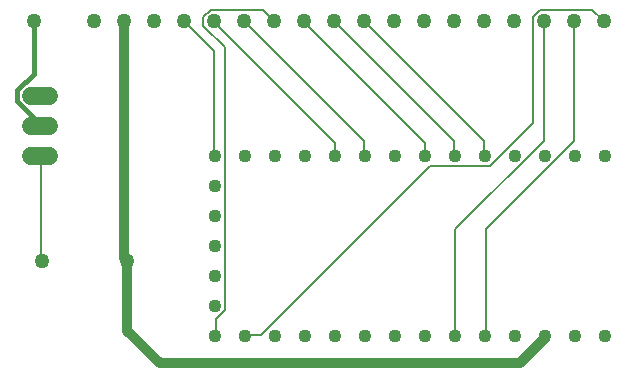
<source format=gbr>
G04 EAGLE Gerber RS-274X export*
G75*
%MOMM*%
%FSLAX34Y34*%
%LPD*%
%INTop Copper*%
%IPPOS*%
%AMOC8*
5,1,8,0,0,1.08239X$1,22.5*%
G01*
G04 Define Apertures*
%ADD10C,1.524000*%
%ADD11C,1.260000*%
%ADD12C,1.270000*%
%ADD13C,1.108000*%
%ADD14C,0.152400*%
%ADD15C,0.406400*%
%ADD16C,0.812800*%
D10*
X350520Y330200D02*
X335280Y330200D01*
X335280Y355600D02*
X350520Y355600D01*
X350520Y381000D02*
X335280Y381000D01*
D11*
X417200Y241300D03*
X344800Y241300D03*
D12*
X338328Y444500D03*
X389128Y444500D03*
X414528Y444500D03*
X439928Y444500D03*
X465328Y444500D03*
X490728Y444500D03*
X516128Y444500D03*
X541528Y444500D03*
X566928Y444500D03*
X592328Y444500D03*
X617728Y444500D03*
X643128Y444500D03*
X668528Y444500D03*
X693928Y444500D03*
X719328Y444500D03*
X744728Y444500D03*
X770128Y444500D03*
X795528Y444500D03*
X820928Y444500D03*
D13*
X821738Y330200D03*
X796338Y330200D03*
X770938Y330200D03*
X745538Y330200D03*
X720138Y330200D03*
X694738Y330200D03*
X669338Y330200D03*
X643938Y330200D03*
X618538Y330200D03*
X593138Y330200D03*
X567738Y330200D03*
X542338Y330200D03*
X516938Y330200D03*
X491538Y330200D03*
X491538Y304800D03*
X491538Y279400D03*
X491538Y254000D03*
X491538Y228600D03*
X491538Y203200D03*
X491538Y177800D03*
X516938Y177800D03*
X542338Y177800D03*
X567738Y177800D03*
X593138Y177800D03*
X618538Y177800D03*
X643938Y177800D03*
X669338Y177800D03*
X694738Y177800D03*
X720138Y177800D03*
X745538Y177800D03*
X770938Y177800D03*
X796338Y177800D03*
X821738Y177800D03*
D14*
X342900Y355600D02*
X342900Y356616D01*
D15*
X324104Y376371D02*
X324104Y385629D01*
X338328Y399853D02*
X338328Y444500D01*
X338328Y399853D02*
X324104Y385629D01*
X342900Y357575D02*
X342900Y356616D01*
X342900Y357575D02*
X324104Y376371D01*
D16*
X414528Y444500D02*
X414528Y243840D01*
D14*
X416052Y242316D01*
X417200Y241300D01*
D16*
X417200Y181986D01*
X444500Y154686D01*
X749300Y154686D01*
X770938Y176324D01*
X770938Y177800D01*
D14*
X719328Y330708D02*
X719328Y342900D01*
X617728Y444500D01*
X719328Y330708D02*
X720138Y330200D01*
X693420Y330708D02*
X693420Y342900D01*
X592836Y443484D01*
X693420Y330708D02*
X694738Y330200D01*
X592836Y443484D02*
X592328Y444500D01*
X669036Y341376D02*
X669036Y330708D01*
X669036Y341376D02*
X566928Y443484D01*
X669036Y330708D02*
X669338Y330200D01*
X566928Y443484D02*
X566928Y444500D01*
X617220Y342900D02*
X617220Y330708D01*
X617220Y342900D02*
X516636Y443484D01*
X617220Y330708D02*
X618538Y330200D01*
X516636Y443484D02*
X516128Y444500D01*
X592836Y341376D02*
X592836Y330708D01*
X592836Y341376D02*
X490728Y443484D01*
X592836Y330708D02*
X593138Y330200D01*
X490728Y443484D02*
X490728Y444500D01*
X490728Y419100D02*
X490728Y330708D01*
X490728Y419100D02*
X465328Y444500D01*
X490728Y330708D02*
X491538Y330200D01*
X492252Y192024D02*
X492252Y178308D01*
X492252Y192024D02*
X499872Y199644D01*
X499872Y422148D01*
X481584Y440436D01*
X481584Y448056D01*
X487680Y454152D01*
X531876Y454152D01*
X541528Y444500D01*
X492252Y178308D02*
X491538Y177800D01*
X344424Y242316D02*
X344424Y327660D01*
X342900Y329184D01*
X344424Y242316D02*
X344800Y241300D01*
X342900Y329184D02*
X342900Y330200D01*
X694944Y268224D02*
X694944Y178308D01*
X694944Y268224D02*
X769620Y342900D01*
X769620Y443484D01*
X694944Y178308D02*
X694738Y177800D01*
X769620Y443484D02*
X770128Y444500D01*
X720852Y268224D02*
X720852Y178308D01*
X720852Y268224D02*
X795528Y342900D01*
X795528Y444500D01*
X720852Y178308D02*
X720138Y177800D01*
X530352Y178308D02*
X518160Y178308D01*
X530352Y178308D02*
X673608Y321564D01*
X723900Y321564D01*
X760476Y358140D01*
X760476Y448056D01*
X766572Y454152D01*
X810768Y454152D01*
X819912Y445008D01*
X518160Y178308D02*
X516938Y177800D01*
X819912Y445008D02*
X820928Y444500D01*
M02*

</source>
